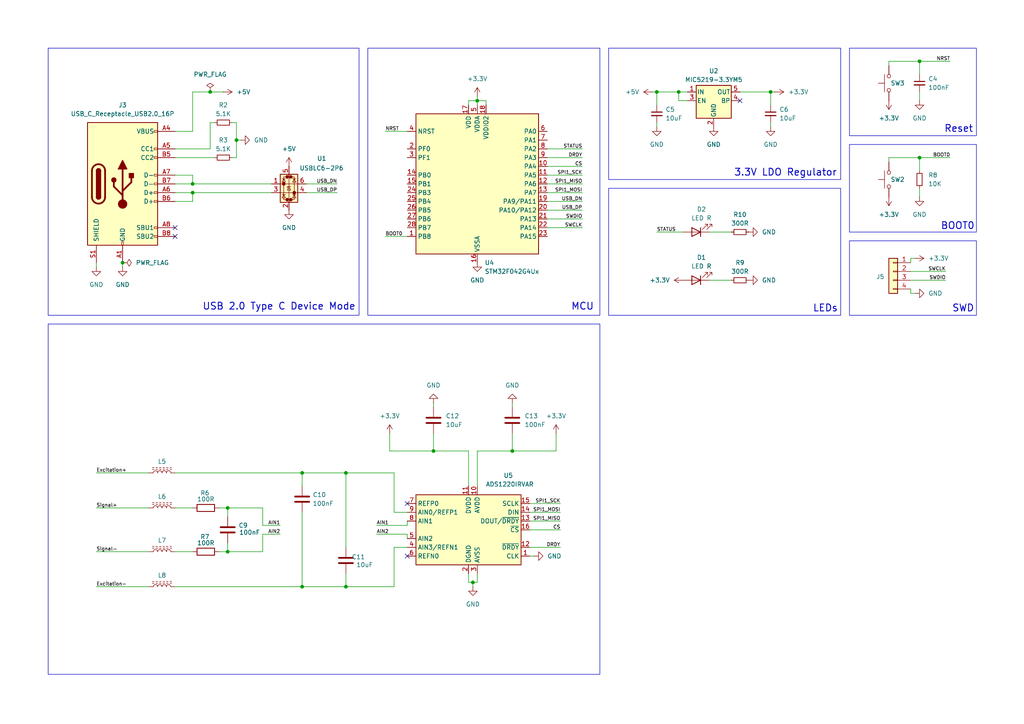
<source format=kicad_sch>
(kicad_sch (version 20250114) (generator "eeschema") (generator_version "9.0")
  (paper "A4")
  (title_block (title "Amplify Probe PCB") (rev "v1.0") (company "Ella Fox"))
  (lib_symbols
    (symbol "Connector:USB_C_Receptacle_USB2.0_16P" (pin_names (offset 1.016))
      (property "Reference" "J" (at 0 22.225 0))
      (property "Value" "USB_C_Receptacle_USB2.0_16P" (at 0 19.685 0))
      (symbol "USB_C_Receptacle_USB2.0_16P_0_0"
        (rectangle (start -0.254 -17.78) (end 0.254 -16.764))
        (rectangle (start 10.16 15.494) (end 9.144 14.986))
        (rectangle (start 10.16 10.414) (end 9.144 9.906))
        (rectangle (start 10.16 7.874) (end 9.144 7.366))
        (rectangle (start 10.16 2.794) (end 9.144 2.286))
        (rectangle (start 10.16 0.254) (end 9.144 -0.254))
        (rectangle (start 10.16 -2.286) (end 9.144 -2.794))
        (rectangle (start 10.16 -4.826) (end 9.144 -5.334))
        (rectangle (start 10.16 -12.446) (end 9.144 -12.954))
        (rectangle (start 10.16 -14.986) (end 9.144 -15.494))
      )
      (symbol "USB_C_Receptacle_USB2.0_16P_0_1"
        (rectangle (start -10.16 17.78) (end 10.16 -17.78) (stroke (width 0.254)) (fill (type background)))
        (polyline (pts (xy -8.89 -3.81) (xy -8.89 3.81)) (stroke (width 0.508)))
        (rectangle (start -7.62 -3.81) (end -6.35 3.81) (stroke (width 0.254)) (fill (type outline)))
        (arc (start -7.62 3.81) (mid -6.985 4.4423) (end -6.35 3.81) (stroke (width 0.254)))
        (arc (start -7.62 3.81) (mid -6.985 4.4423) (end -6.35 3.81) (stroke (width 0.254)) (fill (type outline)))
        (arc (start -8.89 3.81) (mid -6.985 5.7067) (end -5.08 3.81) (stroke (width 0.508)))
        (arc (start -5.08 -3.81) (mid -6.985 -5.7067) (end -8.89 -3.81) (stroke (width 0.508)))
        (arc (start -6.35 -3.81) (mid -6.985 -4.4423) (end -7.62 -3.81) (stroke (width 0.254)))
        (arc (start -6.35 -3.81) (mid -6.985 -4.4423) (end -7.62 -3.81) (stroke (width 0.254)) (fill (type outline)))
        (polyline (pts (xy -5.08 3.81) (xy -5.08 -3.81)) (stroke (width 0.508)))
        (circle (center -2.54 1.143) (radius 0.635) (stroke (width 0.254)) (fill (type outline)))
        (polyline (pts (xy -1.27 4.318) (xy 0 6.858) (xy 1.27 4.318) (xy -1.27 4.318)) (stroke (width 0.254)) (fill (type outline)))
        (polyline (pts (xy 0 -2.032) (xy 2.54 0.508) (xy 2.54 1.778)) (stroke (width 0.508)))
        (polyline (pts (xy 0 -3.302) (xy -2.54 -0.762) (xy -2.54 0.508)) (stroke (width 0.508)))
        (polyline (pts (xy 0 -5.842) (xy 0 4.318)) (stroke (width 0.508)))
        (circle (center 0 -5.842) (radius 1.27) (fill (type outline)))
        (rectangle (start 1.905 1.778) (end 3.175 3.048) (stroke (width 0.254)) (fill (type outline)))
      )
      (symbol "USB_C_Receptacle_USB2.0_16P_1_1"
        (pin passive line (at -7.62 -22.86 90) (length 5.08) (name "SHIELD") (number "S1"))
        (pin passive line (at 0 -22.86 90) (length 5.08) (name "GND") (number "A1"))
        (pin passive line (at 0 -22.86 90) (length 5.08) (hide yes) (name "GND") (number "A12"))
        (pin passive line (at 0 -22.86 90) (length 5.08) (hide yes) (name "GND") (number "B1"))
        (pin passive line (at 0 -22.86 90) (length 5.08) (hide yes) (name "GND") (number "B12"))
        (pin passive line (at 15.24 15.24 180) (length 5.08) (name "VBUS") (number "A4"))
        (pin passive line (at 15.24 15.24 180) (length 5.08) (hide yes) (name "VBUS") (number "A9"))
        (pin passive line (at 15.24 15.24 180) (length 5.08) (hide yes) (name "VBUS") (number "B4"))
        (pin passive line (at 15.24 15.24 180) (length 5.08) (hide yes) (name "VBUS") (number "B9"))
        (pin bidirectional line (at 15.24 10.16 180) (length 5.08) (name "CC1") (number "A5"))
        (pin bidirectional line (at 15.24 7.62 180) (length 5.08) (name "CC2") (number "B5"))
        (pin bidirectional line (at 15.24 2.54 180) (length 5.08) (name "D-") (number "A7"))
        (pin bidirectional line (at 15.24 0 180) (length 5.08) (name "D-") (number "B7"))
        (pin bidirectional line (at 15.24 -2.54 180) (length 5.08) (name "D+") (number "A6"))
        (pin bidirectional line (at 15.24 -5.08 180) (length 5.08) (name "D+") (number "B6"))
        (pin bidirectional line (at 15.24 -12.7 180) (length 5.08) (name "SBU1") (number "A8"))
        (pin bidirectional line (at 15.24 -15.24 180) (length 5.08) (name "SBU2") (number "B8"))
      )
    )
    (symbol "Connector_Generic:Conn_01x04" (pin_names (offset 1.016) (hide yes))
      (property "Reference" "J" (at 0 5.08 0))
      (property "Value" "Conn_01x04" (at 0 -7.62 0))
      (symbol "Conn_01x04_1_1"
        (rectangle (start -1.27 3.81) (end 1.27 -6.35) (stroke (width 0.254)) (fill (type background)))
        (rectangle (start -1.27 2.667) (end 0 2.413) (stroke (width 0.1524)))
        (rectangle (start -1.27 0.127) (end 0 -0.127) (stroke (width 0.1524)))
        (rectangle (start -1.27 -2.413) (end 0 -2.667) (stroke (width 0.1524)))
        (rectangle (start -1.27 -4.953) (end 0 -5.207) (stroke (width 0.1524)))
        (pin passive line (at -5.08 2.54 0) (length 3.81) (name "Pin_1") (number "1"))
        (pin passive line (at -5.08 0 0) (length 3.81) (name "Pin_2") (number "2"))
        (pin passive line (at -5.08 -2.54 0) (length 3.81) (name "Pin_3") (number "3"))
        (pin passive line (at -5.08 -5.08 0) (length 3.81) (name "Pin_4") (number "4"))
      )
    )
    (symbol "Device:C" (pin_numbers (hide yes)) (pin_names (offset 0.254))
      (property "Reference" "C" (at 0.635 2.54 0))
      (property "Value" "C" (at 0.635 -2.54 0))
      (symbol "C_0_1"
        (polyline (pts (xy -2.032 0.762) (xy 2.032 0.762)) (stroke (width 0.508)))
        (polyline (pts (xy -2.032 -0.762) (xy 2.032 -0.762)) (stroke (width 0.508)))
      )
      (symbol "C_1_1"
        (pin passive line (at 0 3.81 270) (length 2.794) (name "~") (number "1"))
        (pin passive line (at 0 -3.81 90) (length 2.794) (name "~") (number "2"))
      )
    )
    (symbol "Device:C_Small" (pin_numbers (hide yes)) (pin_names (offset 0.254) (hide yes))
      (property "Reference" "C" (at 0.254 1.778 0))
      (property "Value" "C_Small" (at 0.254 -2.032 0))
      (symbol "C_Small_0_1"
        (polyline (pts (xy -1.524 0.508) (xy 1.524 0.508)) (stroke (width 0.3048)))
        (polyline (pts (xy -1.524 -0.508) (xy 1.524 -0.508)) (stroke (width 0.3302)))
      )
      (symbol "C_Small_1_1"
        (pin passive line (at 0 2.54 270) (length 2.032) (name "~") (number "1"))
        (pin passive line (at 0 -2.54 90) (length 2.032) (name "~") (number "2"))
      )
    )
    (symbol "Device:LED" (pin_numbers (hide yes)) (pin_names (offset 1.016) (hide yes))
      (property "Reference" "D" (at 0 2.54 0))
      (property "Value" "LED" (at 0 -2.54 0))
      (symbol "LED_0_1"
        (polyline (pts (xy -3.048 -0.762) (xy -4.572 -2.286) (xy -3.81 -2.286) (xy -4.572 -2.286) (xy -4.572 -1.524)))
        (polyline (pts (xy -1.778 -0.762) (xy -3.302 -2.286) (xy -2.54 -2.286) (xy -3.302 -2.286) (xy -3.302 -1.524)))
        (polyline (pts (xy -1.27 0) (xy 1.27 0)))
        (polyline (pts (xy -1.27 -1.27) (xy -1.27 1.27)) (stroke (width 0.254)))
        (polyline (pts (xy 1.27 -1.27) (xy 1.27 1.27) (xy -1.27 0) (xy 1.27 -1.27)) (stroke (width 0.254)))
      )
      (symbol "LED_1_1"
        (pin passive line (at -3.81 0 0) (length 2.54) (name "K") (number "1"))
        (pin passive line (at 3.81 0 180) (length 2.54) (name "A") (number "2"))
      )
    )
    (symbol "Device:L_Ferrite" (pin_numbers (hide yes)) (pin_names (offset 1.016) (hide yes))
      (property "Reference" "L" (at -1.27 0 90))
      (property "Value" "L_Ferrite" (at 2.794 0 90))
      (symbol "L_Ferrite_0_1"
        (arc (start 0 2.54) (mid 0.6323 1.905) (end 0 1.27))
        (arc (start 0 1.27) (mid 0.6323 0.635) (end 0 0))
        (arc (start 0 0) (mid 0.6323 -0.635) (end 0 -1.27))
        (arc (start 0 -1.27) (mid 0.6323 -1.905) (end 0 -2.54))
        (polyline (pts (xy 1.016 2.286) (xy 1.016 2.794)))
        (polyline (pts (xy 1.016 1.27) (xy 1.016 1.778)))
        (polyline (pts (xy 1.016 0.254) (xy 1.016 0.762)))
        (polyline (pts (xy 1.016 -0.762) (xy 1.016 -0.254)))
        (polyline (pts (xy 1.016 -1.778) (xy 1.016 -1.27)))
        (polyline (pts (xy 1.016 -2.794) (xy 1.016 -2.286)))
        (polyline (pts (xy 1.524 2.794) (xy 1.524 2.286)))
        (polyline (pts (xy 1.524 1.778) (xy 1.524 1.27)))
        (polyline (pts (xy 1.524 0.762) (xy 1.524 0.254)))
        (polyline (pts (xy 1.524 -0.254) (xy 1.524 -0.762)))
        (polyline (pts (xy 1.524 -1.27) (xy 1.524 -1.778)))
        (polyline (pts (xy 1.524 -2.286) (xy 1.524 -2.794)))
      )
      (symbol "L_Ferrite_1_1"
        (pin passive line (at 0 3.81 270) (length 1.27) (name "1") (number "1"))
        (pin passive line (at 0 -3.81 90) (length 1.27) (name "2") (number "2"))
      )
    )
    (symbol "Device:R" (pin_numbers (hide yes)) (pin_names (offset 0))
      (property "Reference" "R" (at 2.032 0 90))
      (property "Value" "R" (at 0 0 90))
      (symbol "R_0_1"
        (rectangle (start -1.016 -2.54) (end 1.016 2.54) (stroke (width 0.254)))
      )
      (symbol "R_1_1"
        (pin passive line (at 0 3.81 270) (length 1.27) (name "~") (number "1"))
        (pin passive line (at 0 -3.81 90) (length 1.27) (name "~") (number "2"))
      )
    )
    (symbol "Device:R_Small" (pin_numbers (hide yes)) (pin_names (offset 0.254) (hide yes))
      (property "Reference" "R" (at 0.762 0.508 0))
      (property "Value" "R_Small" (at 0.762 -1.016 0))
      (symbol "R_Small_0_1"
        (rectangle (start -0.762 1.778) (end 0.762 -1.778) (stroke (width 0.2032)))
      )
      (symbol "R_Small_1_1"
        (pin passive line (at 0 2.54 270) (length 0.762) (name "~") (number "1"))
        (pin passive line (at 0 -2.54 90) (length 0.762) (name "~") (number "2"))
      )
    )
    (symbol "MCU_ST_STM32F0:STM32F042G4Ux"
      (property "Reference" "U" (at -17.78 21.59 0))
      (property "Value" "STM32F042G4Ux" (at 5.08 21.59 0))
      (symbol "STM32F042G4Ux_0_1"
        (rectangle (start -17.78 -20.32) (end 17.78 20.32) (stroke (width 0.254)) (fill (type background)))
      )
      (symbol "STM32F042G4Ux_1_1"
        (pin input line (at -20.32 15.24 0) (length 2.54) (name "NRST") (number "4"))
        (pin bidirectional line (at -20.32 10.16 0) (length 2.54) (name "PF0") (number "2"))
        (pin bidirectional line (at -20.32 7.62 0) (length 2.54) (name "PF1") (number "3"))
        (pin bidirectional line (at -20.32 2.54 0) (length 2.54) (name "PB0") (number "14"))
        (pin bidirectional line (at -20.32 0 0) (length 2.54) (name "PB1") (number "15"))
        (pin bidirectional line (at -20.32 -2.54 0) (length 2.54) (name "PB3") (number "24"))
        (pin bidirectional line (at -20.32 -5.08 0) (length 2.54) (name "PB4") (number "25"))
        (pin bidirectional line (at -20.32 -7.62 0) (length 2.54) (name "PB5") (number "26"))
        (pin bidirectional line (at -20.32 -10.16 0) (length 2.54) (name "PB6") (number "27"))
        (pin bidirectional line (at -20.32 -12.7 0) (length 2.54) (name "PB7") (number "28"))
        (pin bidirectional line (at -20.32 -15.24 0) (length 2.54) (name "PB8") (number "1"))
        (pin power_in line (at -2.54 22.86 270) (length 2.54) (name "VDD") (number "17"))
        (pin power_in line (at 0 22.86 270) (length 2.54) (name "VDDA") (number "5"))
        (pin power_in line (at 0 -22.86 90) (length 2.54) (name "VSSA") (number "16"))
        (pin power_in line (at 2.54 22.86 270) (length 2.54) (name "VDDIO2") (number "18"))
        (pin bidirectional line (at 20.32 15.24 180) (length 2.54) (name "PA0") (number "6"))
        (pin bidirectional line (at 20.32 12.7 180) (length 2.54) (name "PA1") (number "7"))
        (pin bidirectional line (at 20.32 10.16 180) (length 2.54) (name "PA2") (number "8"))
        (pin bidirectional line (at 20.32 7.62 180) (length 2.54) (name "PA3") (number "9"))
        (pin bidirectional line (at 20.32 5.08 180) (length 2.54) (name "PA4") (number "10"))
        (pin bidirectional line (at 20.32 2.54 180) (length 2.54) (name "PA5") (number "11"))
        (pin bidirectional line (at 20.32 0 180) (length 2.54) (name "PA6") (number "12"))
        (pin bidirectional line (at 20.32 -2.54 180) (length 2.54) (name "PA7") (number "13"))
        (pin bidirectional line (at 20.32 -5.08 180) (length 2.54) (name "PA9/PA11") (number "19"))
        (pin bidirectional line (at 20.32 -7.62 180) (length 2.54) (name "PA10/PA12") (number "20"))
        (pin bidirectional line (at 20.32 -10.16 180) (length 2.54) (name "PA13") (number "21"))
        (pin bidirectional line (at 20.32 -12.7 180) (length 2.54) (name "PA14") (number "22"))
        (pin bidirectional line (at 20.32 -15.24 180) (length 2.54) (name "PA15") (number "23"))
      )
    )
    (symbol "Mayhem:ADS1220IRVAR"
      (property "Reference" "U" (at -15.24 11.43 0))
      (property "Value" "ADS1220IRVAR" (at 6.35 11.43 0))
      (symbol "ADS1220IRVAR_0_1"
        (rectangle (start -15.24 10.16) (end 15.24 -10.16) (stroke (width 0.254)) (fill (type background)))
      )
      (symbol "ADS1220IRVAR_1_1"
        (pin input line (at -17.78 7.62 0) (length 2.54) (name "REFP0") (number "7"))
        (pin input line (at -17.78 5.08 0) (length 2.54) (name "AIN0/REFP1") (number "9"))
        (pin input line (at -17.78 2.54 0) (length 2.54) (name "AIN1") (number "8"))
        (pin input line (at -17.78 -2.54 0) (length 2.54) (name "AIN2") (number "5"))
        (pin input line (at -17.78 -5.08 0) (length 2.54) (name "AIN3/REFN1") (number "4"))
        (pin input line (at -17.78 -7.62 0) (length 2.54) (name "REFN0") (number "6"))
        (pin power_in line (at 0 12.7 270) (length 2.54) (name "DVDD") (number "11"))
        (pin power_in line (at 0 -12.7 90) (length 2.54) (name "DGND") (number "2"))
        (pin power_in line (at 2.54 12.7 270) (length 2.54) (name "AVDD") (number "10"))
        (pin power_in line (at 2.54 -12.7 90) (length 2.54) (name "AVSS") (number "3"))
        (pin input line (at 17.78 7.62 180) (length 2.54) (name "SCLK") (number "15"))
        (pin input line (at 17.78 5.08 180) (length 2.54) (name "DIN") (number "14"))
        (pin output line (at 17.78 2.54 180) (length 2.54) (name "DOUT/~{DRDY}") (number "13"))
        (pin input line (at 17.78 0 180) (length 2.54) (name "~{CS}") (number "16"))
        (pin output line (at 17.78 -5.08 180) (length 2.54) (name "~{DRDY}") (number "12"))
        (pin input line (at 17.78 -7.62 180) (length 2.54) (name "CLK") (number "1"))
      )
    )
    (symbol "Power_Protection:USBLC6-2P6" (pin_names (hide yes))
      (property "Reference" "U" (at 0.635 5.715 0))
      (property "Value" "USBLC6-2P6" (at 0.635 3.81 0))
      (symbol "USBLC6-2P6_0_0"
        (circle (center -1.524 0) (radius 0.0001) (stroke (width 0.508)))
        (circle (center -0.508 2.032) (radius 0.0001) (stroke (width 0.508)))
        (circle (center -0.508 -4.572) (radius 0.0001) (stroke (width 0.508)))
        (circle (center 0.508 2.032) (radius 0.0001) (stroke (width 0.508)))
        (circle (center 0.508 -4.572) (radius 0.0001) (stroke (width 0.508)))
        (circle (center 1.524 -2.54) (radius 0.0001) (stroke (width 0.508)))
      )
      (symbol "USBLC6-2P6_0_1"
        (polyline (pts (xy -2.54 0) (xy 2.54 0)))
        (polyline (pts (xy -2.54 -2.54) (xy 2.54 -2.54)))
        (polyline (pts (xy -2.032 0.508) (xy -1.016 0.508) (xy -1.524 1.524) (xy -2.032 0.508)))
        (polyline (pts (xy -2.032 -3.048) (xy -1.016 -3.048)))
        (polyline (pts (xy -1.016 1.524) (xy -2.032 1.524)))
        (polyline (pts (xy -1.016 -4.064) (xy -2.032 -4.064) (xy -1.524 -3.048) (xy -1.016 -4.064)))
        (polyline (pts (xy -0.508 -1.143) (xy -0.508 -0.762) (xy 0.508 -0.762)))
        (polyline (pts (xy 0 2.54) (xy -0.508 2.032) (xy 0.508 2.032) (xy 0 1.524) (xy 0 -4.064) (xy -0.508 -4.572) (xy 0.508 -4.572) (xy 0 -5.08)))
        (polyline (pts (xy 0.508 -1.778) (xy -0.508 -1.778) (xy 0 -0.762) (xy 0.508 -1.778)))
        (polyline (pts (xy 1.016 1.524) (xy 2.032 1.524)))
        (polyline (pts (xy 1.016 -3.048) (xy 2.032 -3.048)))
        (polyline (pts (xy 2.032 0.508) (xy 1.016 0.508) (xy 1.524 1.524) (xy 2.032 0.508)))
        (polyline (pts (xy 2.032 -4.064) (xy 1.016 -4.064) (xy 1.524 -3.048) (xy 2.032 -4.064)))
      )
      (symbol "USBLC6-2P6_1_1"
        (rectangle (start -2.54 2.794) (end 2.54 -5.334) (stroke (width 0.254)) (fill (type background)))
        (polyline (pts (xy -0.508 2.032) (xy -1.524 2.032) (xy -1.524 -4.572) (xy -0.508 -4.572)))
        (polyline (pts (xy 0.508 -4.572) (xy 1.524 -4.572) (xy 1.524 2.032) (xy 0.508 2.032)))
        (pin passive line (at -5.08 0 0) (length 2.54) (name "I/O1") (number "1"))
        (pin passive line (at -5.08 -2.54 0) (length 2.54) (name "I/O2") (number "3"))
        (pin passive line (at 0 5.08 270) (length 2.54) (name "VBUS") (number "5"))
        (pin passive line (at 0 -7.62 90) (length 2.54) (name "GND") (number "2"))
        (pin passive line (at 5.08 0 180) (length 2.54) (name "I/O1") (number "6"))
        (pin passive line (at 5.08 -2.54 180) (length 2.54) (name "I/O2") (number "4"))
      )
    )
    (symbol "Regulator_Linear:MIC5219-3.3YM5" (pin_names (offset 0.254))
      (property "Reference" "U" (at -3.81 5.715 0))
      (property "Value" "MIC5219-3.3YM5" (at 0 5.715 0))
      (symbol "MIC5219-3.3YM5_0_1"
        (rectangle (start -5.08 4.445) (end 5.08 -5.08) (stroke (width 0.254)) (fill (type background)))
      )
      (symbol "MIC5219-3.3YM5_1_1"
        (pin power_in line (at -7.62 2.54 0) (length 2.54) (name "IN") (number "1"))
        (pin input line (at -7.62 0 0) (length 2.54) (name "EN") (number "3"))
        (pin power_in line (at 0 -7.62 90) (length 2.54) (name "GND") (number "2"))
        (pin power_out line (at 7.62 2.54 180) (length 2.54) (name "OUT") (number "5"))
        (pin input line (at 7.62 0 180) (length 2.54) (name "BP") (number "4"))
      )
    )
    (symbol "Switch:SW_Push" (pin_numbers (hide yes)) (pin_names (offset 1.016) (hide yes))
      (property "Reference" "SW" (at 1.27 2.54 0))
      (property "Value" "SW_Push" (at 0 -1.524 0))
      (symbol "SW_Push_0_1"
        (circle (center -2.032 0) (radius 0.508))
        (polyline (pts (xy 0 1.27) (xy 0 3.048)))
        (circle (center 2.032 0) (radius 0.508))
        (polyline (pts (xy 2.54 1.27) (xy -2.54 1.27)))
        (pin passive line (at -5.08 0 0) (length 2.54) (name "1") (number "1"))
        (pin passive line (at 5.08 0 180) (length 2.54) (name "2") (number "2"))
      )
    )
    (symbol "power:+3.3V" (power) (pin_numbers (hide yes)) (pin_names (offset 0) (hide yes))
      (property "Value" "+3.3V" (at 0 3.556 0))
      (symbol "+3.3V_0_1"
        (polyline (pts (xy -0.762 1.27) (xy 0 2.54)))
        (polyline (pts (xy 0 2.54) (xy 0.762 1.27)))
        (polyline (pts (xy 0 0) (xy 0 2.54)))
      )
      (symbol "+3.3V_1_1"
        (pin power_in line (at 0 0 90) (length 0) (name "~") (number "1"))
      )
    )
    (symbol "power:+5V" (power) (pin_numbers (hide yes)) (pin_names (offset 0) (hide yes))
      (property "Value" "+5V" (at 0 3.556 0))
      (symbol "+5V_0_1"
        (polyline (pts (xy -0.762 1.27) (xy 0 2.54)))
        (polyline (pts (xy 0 2.54) (xy 0.762 1.27)))
        (polyline (pts (xy 0 0) (xy 0 2.54)))
      )
      (symbol "+5V_1_1"
        (pin power_in line (at 0 0 90) (length 0) (name "~") (number "1"))
      )
    )
    (symbol "power:GND" (power) (pin_numbers (hide yes)) (pin_names (offset 0) (hide yes))
      (property "Value" "GND" (at 0 -3.81 0))
      (symbol "GND_0_1"
        (polyline (pts (xy 0 0) (xy 0 -1.27) (xy 1.27 -1.27) (xy 0 -2.54) (xy -1.27 -1.27) (xy 0 -1.27)))
      )
      (symbol "GND_1_1"
        (pin power_in line (at 0 0 270) (length 0) (name "~") (number "1"))
      )
    )
    (symbol "power:PWR_FLAG" (power) (pin_numbers (hide yes)) (pin_names (offset 0) (hide yes))
      (property "Value" "PWR_FLAG" (at 0 3.81 0))
      (symbol "PWR_FLAG_0_0"
        (pin power_out line (at 0 0 90) (length 0) (name "~") (number "1"))
      )
      (symbol "PWR_FLAG_0_1"
        (polyline (pts (xy 0 0) (xy 0 1.27) (xy -1.016 1.905) (xy 0 2.54) (xy 1.016 1.905) (xy 0 1.27)))
      )
    )
  )
  (rectangle (start 176.53 54.61) (end 243.84 91.44))
  (rectangle (start 106.68 13.97) (end 173.99 91.44))
  (rectangle (start 246.38 69.85) (end 283.21 91.44))
  (rectangle (start 176.53 13.97) (end 243.84 52.07))
  (rectangle (start 13.97 93.98) (end 173.99 195.58))
  (rectangle (start 13.97 13.97) (end 104.14 91.44))
  (rectangle (start 246.38 41.91) (end 283.21 67.31))
  (rectangle (start 246.38 13.97) (end 283.21 39.37))
  (text "Reset" (at 273.812 38.608 0) (effects (font (size 2 2) (thickness 0.254) (bold yes)) (justify left bottom)))
  (text "LEDs" (at 235.712 90.678 0) (effects (font (size 2 2) (thickness 0.254) (bold yes)) (justify left bottom)))
  (text "3.3V LDO Regulator" (at 212.852 51.308 0) (effects (font (size 2 2) (thickness 0.254) (bold yes)) (justify left bottom)))
  (text "SWD" (at 276.098 90.678 0) (effects (font (size 2 2) (thickness 0.254) (bold yes)) (justify left bottom)))
  (text "MCU" (at 165.608 90.17 0) (effects (font (size 2 2) (thickness 0.254) (bold yes)) (justify left bottom)))
  (text "BOOT0" (at 272.796 66.802 0) (effects (font (size 2 2) (thickness 0.254) (bold yes)) (justify left bottom)))
  (text "USB 2.0 Type C Device Mode" (at 58.674 90.17 0) (effects (font (size 2 2) (thickness 0.254) (bold yes)) (justify left bottom)))
  (junction (at 223.52 26.67))
  (junction (at 66.04 160.02))
  (junction (at 87.63 137.16))
  (junction (at 35.56 76.2))
  (junction (at 100.33 137.16))
  (junction (at 266.7 17.78))
  (junction (at 100.33 170.18))
  (junction (at 55.88 55.88))
  (junction (at 68.58 40.64))
  (junction (at 125.73 130.81))
  (junction (at 137.16 168.91))
  (junction (at 148.59 130.81))
  (junction (at 87.63 170.18))
  (junction (at 138.43 29.21))
  (junction (at 266.7 45.72))
  (junction (at 190.5 26.67))
  (junction (at 55.88 53.34))
  (junction (at 60.96 26.67))
  (junction (at 196.85 26.67))
  (junction (at 66.04 147.32))
  (no_connect (at 214.63 29.21))
  (no_connect (at 118.11 146.05))
  (no_connect (at 50.8 68.58))
  (no_connect (at 118.11 161.29))
  (no_connect (at 50.8 66.04))
  (wire (pts (xy 87.63 148.59) (xy 87.63 170.18)))
  (wire (pts (xy 35.56 76.2) (xy 35.56 77.47)))
  (wire (pts (xy 148.59 130.81) (xy 148.59 125.73)))
  (wire (pts (xy 87.63 170.18) (xy 100.33 170.18)))
  (wire (pts (xy 162.56 151.13) (xy 153.67 151.13)))
  (wire (pts (xy 55.88 38.1) (xy 55.88 26.67)))
  (wire (pts (xy 68.58 35.56) (xy 68.58 40.64)))
  (wire (pts (xy 50.8 58.42) (xy 55.88 58.42)))
  (wire (pts (xy 50.8 43.18) (xy 60.96 43.18)))
  (wire (pts (xy 55.88 53.34) (xy 78.74 53.34)))
  (wire (pts (xy 158.75 55.88) (xy 168.91 55.88)))
  (wire (pts (xy 266.7 45.72) (xy 266.7 49.53)))
  (wire (pts (xy 118.11 152.4) (xy 118.11 151.13)))
  (wire (pts (xy 190.5 36.83) (xy 190.5 35.56)))
  (wire (pts (xy 162.56 148.59) (xy 153.67 148.59)))
  (wire (pts (xy 50.8 160.02) (xy 55.88 160.02)))
  (wire (pts (xy 205.74 67.31) (xy 212.09 67.31)))
  (wire (pts (xy 76.2 152.4) (xy 76.2 147.32)))
  (wire (pts (xy 63.5 160.02) (xy 66.04 160.02)))
  (wire (pts (xy 257.81 17.78) (xy 266.7 17.78)))
  (wire (pts (xy 158.75 63.5) (xy 168.91 63.5)))
  (wire (pts (xy 138.43 140.97) (xy 138.43 130.81)))
  (wire (pts (xy 266.7 26.67) (xy 266.7 29.21)))
  (wire (pts (xy 199.39 29.21) (xy 196.85 29.21)))
  (wire (pts (xy 257.81 45.72) (xy 257.81 46.99)))
  (wire (pts (xy 158.75 58.42) (xy 168.91 58.42)))
  (wire (pts (xy 266.7 54.61) (xy 266.7 57.15)))
  (wire (pts (xy 158.75 48.26) (xy 168.91 48.26)))
  (wire (pts (xy 114.3 158.75) (xy 114.3 170.18)))
  (wire (pts (xy 114.3 137.16) (xy 114.3 148.59)))
  (wire (pts (xy 66.04 149.86) (xy 66.04 147.32)))
  (wire (pts (xy 138.43 29.21) (xy 138.43 27.94)))
  (wire (pts (xy 55.88 26.67) (xy 60.96 26.67)))
  (wire (pts (xy 43.18 160.02) (xy 27.94 160.02)))
  (wire (pts (xy 148.59 116.84) (xy 148.59 118.11)))
  (wire (pts (xy 153.67 158.75) (xy 162.56 158.75)))
  (wire (pts (xy 114.3 148.59) (xy 118.11 148.59)))
  (wire (pts (xy 68.58 40.64) (xy 68.58 45.72)))
  (wire (pts (xy 158.75 53.34) (xy 168.91 53.34)))
  (wire (pts (xy 135.89 130.81) (xy 125.73 130.81)))
  (wire (pts (xy 109.22 152.4) (xy 118.11 152.4)))
  (wire (pts (xy 88.9 53.34) (xy 97.79 53.34)))
  (wire (pts (xy 161.29 125.73) (xy 161.29 130.81)))
  (wire (pts (xy 125.73 130.81) (xy 125.73 125.73)))
  (wire (pts (xy 264.16 78.74) (xy 274.32 78.74)))
  (wire (pts (xy 266.7 17.78) (xy 266.7 21.59)))
  (wire (pts (xy 161.29 130.81) (xy 148.59 130.81)))
  (wire (pts (xy 158.75 45.72) (xy 168.91 45.72)))
  (wire (pts (xy 264.16 81.28) (xy 274.32 81.28)))
  (wire (pts (xy 76.2 154.94) (xy 76.2 160.02)))
  (wire (pts (xy 137.16 168.91) (xy 138.43 168.91)))
  (wire (pts (xy 257.81 17.78) (xy 257.81 19.05)))
  (wire (pts (xy 111.76 68.58) (xy 118.11 68.58)))
  (wire (pts (xy 27.94 77.47) (xy 27.94 76.2)))
  (wire (pts (xy 50.8 147.32) (xy 55.88 147.32)))
  (wire (pts (xy 135.89 140.97) (xy 135.89 130.81)))
  (wire (pts (xy 76.2 160.02) (xy 66.04 160.02)))
  (wire (pts (xy 264.16 85.09) (xy 264.16 83.82)))
  (wire (pts (xy 55.88 55.88) (xy 78.74 55.88)))
  (wire (pts (xy 205.74 81.28) (xy 212.09 81.28)))
  (wire (pts (xy 135.89 29.21) (xy 138.43 29.21)))
  (wire (pts (xy 50.8 50.8) (xy 55.88 50.8)))
  (wire (pts (xy 60.96 35.56) (xy 62.23 35.56)))
  (wire (pts (xy 50.8 53.34) (xy 55.88 53.34)))
  (wire (pts (xy 162.56 153.67) (xy 153.67 153.67)))
  (wire (pts (xy 109.22 154.94) (xy 118.11 154.94)))
  (wire (pts (xy 264.16 74.93) (xy 265.43 74.93)))
  (wire (pts (xy 50.8 137.16) (xy 87.63 137.16)))
  (wire (pts (xy 88.9 55.88) (xy 97.79 55.88)))
  (wire (pts (xy 223.52 36.83) (xy 223.52 35.56)))
  (wire (pts (xy 140.97 30.48) (xy 140.97 29.21)))
  (wire (pts (xy 60.96 26.67) (xy 64.77 26.67)))
  (wire (pts (xy 158.75 43.18) (xy 168.91 43.18)))
  (wire (pts (xy 138.43 29.21) (xy 138.43 30.48)))
  (wire (pts (xy 158.75 50.8) (xy 168.91 50.8)))
  (wire (pts (xy 264.16 74.93) (xy 264.16 76.2)))
  (wire (pts (xy 50.8 55.88) (xy 55.88 55.88)))
  (wire (pts (xy 43.18 147.32) (xy 27.94 147.32)))
  (wire (pts (xy 257.81 45.72) (xy 266.7 45.72)))
  (wire (pts (xy 50.8 170.18) (xy 87.63 170.18)))
  (wire (pts (xy 100.33 137.16) (xy 114.3 137.16)))
  (wire (pts (xy 111.76 38.1) (xy 118.11 38.1)))
  (wire (pts (xy 76.2 147.32) (xy 66.04 147.32)))
  (wire (pts (xy 223.52 26.67) (xy 223.52 30.48)))
  (wire (pts (xy 55.88 50.8) (xy 55.88 53.34)))
  (wire (pts (xy 113.03 125.73) (xy 113.03 130.81)))
  (wire (pts (xy 100.33 166.37) (xy 100.33 170.18)))
  (wire (pts (xy 55.88 58.42) (xy 55.88 55.88)))
  (wire (pts (xy 190.5 26.67) (xy 189.23 26.67)))
  (wire (pts (xy 214.63 26.67) (xy 223.52 26.67)))
  (wire (pts (xy 196.85 26.67) (xy 196.85 29.21)))
  (wire (pts (xy 223.52 26.67) (xy 224.79 26.67)))
  (wire (pts (xy 138.43 130.81) (xy 148.59 130.81)))
  (wire (pts (xy 140.97 29.21) (xy 138.43 29.21)))
  (wire (pts (xy 264.16 85.09) (xy 265.43 85.09)))
  (wire (pts (xy 158.75 60.96) (xy 168.91 60.96)))
  (wire (pts (xy 87.63 137.16) (xy 87.63 140.97)))
  (wire (pts (xy 50.8 45.72) (xy 62.23 45.72)))
  (wire (pts (xy 67.31 35.56) (xy 68.58 35.56)))
  (wire (pts (xy 137.16 168.91) (xy 137.16 170.18)))
  (wire (pts (xy 118.11 154.94) (xy 118.11 156.21)))
  (wire (pts (xy 158.75 66.04) (xy 168.91 66.04)))
  (wire (pts (xy 43.18 137.16) (xy 27.94 137.16)))
  (wire (pts (xy 114.3 158.75) (xy 118.11 158.75)))
  (wire (pts (xy 135.89 30.48) (xy 135.89 29.21)))
  (wire (pts (xy 196.85 26.67) (xy 199.39 26.67)))
  (wire (pts (xy 162.56 146.05) (xy 153.67 146.05)))
  (wire (pts (xy 190.5 67.31) (xy 198.12 67.31)))
  (wire (pts (xy 135.89 166.37) (xy 135.89 168.91)))
  (wire (pts (xy 100.33 170.18) (xy 114.3 170.18)))
  (wire (pts (xy 190.5 26.67) (xy 190.5 30.48)))
  (wire (pts (xy 266.7 17.78) (xy 275.59 17.78)))
  (wire (pts (xy 266.7 45.72) (xy 275.59 45.72)))
  (wire (pts (xy 153.67 161.29) (xy 154.94 161.29)))
  (wire (pts (xy 81.28 152.4) (xy 76.2 152.4)))
  (wire (pts (xy 113.03 130.81) (xy 125.73 130.81)))
  (wire (pts (xy 60.96 43.18) (xy 60.96 35.56)))
  (wire (pts (xy 135.89 168.91) (xy 137.16 168.91)))
  (wire (pts (xy 43.18 170.18) (xy 27.94 170.18)))
  (wire (pts (xy 67.31 45.72) (xy 68.58 45.72)))
  (wire (pts (xy 63.5 147.32) (xy 66.04 147.32)))
  (wire (pts (xy 81.28 154.94) (xy 76.2 154.94)))
  (wire (pts (xy 68.58 40.64) (xy 69.85 40.64)))
  (wire (pts (xy 100.33 137.16) (xy 100.33 158.75)))
  (wire (pts (xy 125.73 116.84) (xy 125.73 118.11)))
  (wire (pts (xy 50.8 38.1) (xy 55.88 38.1)))
  (wire (pts (xy 138.43 166.37) (xy 138.43 168.91)))
  (wire (pts (xy 87.63 137.16) (xy 100.33 137.16)))
  (wire (pts (xy 190.5 26.67) (xy 196.85 26.67)))
  (wire (pts (xy 66.04 157.48) (xy 66.04 160.02)))
  (label "Signal-" (at 27.94 160.02 0) (effects (font (size 1 1))))
  (label "USB_DP" (at 97.79 55.88 180) (effects (font (size 1 1))))
  (label "USB_DN" (at 97.79 53.34 180) (effects (font (size 1 1))))
  (label "SWDIO" (at 168.91 63.5 180) (effects (font (size 1 1))))
  (label "SWDIO" (at 274.32 81.28 180) (effects (font (size 1 1))))
  (label "BOOT0" (at 111.76 68.58 0) (effects (font (size 1 1))))
  (label "SPI1_MOSI" (at 162.56 148.59 180) (effects (font (size 1 1))))
  (label "SWCLK" (at 274.32 78.74 180) (effects (font (size 1 1))))
  (label "Signal+" (at 27.94 147.32 0) (effects (font (size 1 1))))
  (label "USB_DP" (at 168.91 60.96 180) (effects (font (size 1 1))))
  (label "STATUS" (at 190.5 67.31 0) (effects (font (size 1 1))))
  (label "SWCLK" (at 168.91 66.04 180) (effects (font (size 1 1))))
  (label "BOOT0" (at 275.59 45.72 180) (effects (font (size 1 1))))
  (label "DRDY" (at 168.91 45.72 180) (effects (font (size 1 1))))
  (label "SPI1_MISO" (at 162.56 151.13 180) (effects (font (size 1 1))))
  (label "DRDY" (at 162.56 158.75 180) (effects (font (size 1 1))))
  (label "AIN2" (at 109.22 154.94 0) (effects (font (size 1 1))))
  (label "USB_DN" (at 168.91 58.42 180) (effects (font (size 1 1))))
  (label "CS" (at 168.91 48.26 180) (effects (font (size 1 1))))
  (label "NRST" (at 275.59 17.78 180) (effects (font (size 1 1))))
  (label "Excitation-" (at 27.94 170.18 0) (effects (font (size 1 1))))
  (label "STATUS" (at 168.91 43.18 180) (effects (font (size 1 1))))
  (label "AIN1" (at 81.28 152.4 180) (effects (font (size 1 1))))
  (label "NRST" (at 111.76 38.1 0) (effects (font (size 1 1))))
  (label "CS" (at 162.56 153.67 180) (effects (font (size 1 1))))
  (label "SPI1_SCK" (at 168.91 50.8 180) (effects (font (size 1 1))))
  (label "Excitation+" (at 27.94 137.16 0) (effects (font (size 1 1))))
  (label "SPI1_SCK" (at 162.56 146.05 180) (effects (font (size 1 1))))
  (label "AIN2" (at 81.28 154.94 180) (effects (font (size 1 1))))
  (label "SPI1_MISO" (at 168.91 53.34 180) (effects (font (size 1 1))))
  (label "AIN1" (at 109.22 152.4 0) (effects (font (size 1 1))))
  (label "SPI1_MOSI" (at 168.91 55.88 180) (effects (font (size 1 1))))
  (symbol (lib_id "power:+3.3V") (at 224.79 26.67 270) (unit 1)
    (property "Reference" "#PWR020" (effects (hide yes)))
    (property "Value" "+3.3V" (at 228.6 26.6699 90) (effects (justify left)))
    (property "Description" "Power symbol creates a global label with name \"+3.3V\"" (effects (hide yes)))
  )
  (symbol (lib_id "Device:C") (at 87.63 144.78 0) (mirror x) (unit 1)
    (property "Reference" "C10" (at 90.678 143.51 0) (effects (justify left)))
    (property "Value" "100nF" (at 90.678 146.05 0) (effects (justify left)))
    (property "Footprint" "Capacitor_SMD:C_0402_1005Metric_Pad0.74x0.62mm_HandSolder" (effects (hide yes)))
    (property "Description" "Unpolarized capacitor" (effects (hide yes)))
    (property "P/N" "Taiyo Yuden UMK105BJ104KVHF" (effects (hide yes)))
  )
  (symbol (lib_id "power:GND") (at 266.7 57.15 0) (unit 1)
    (property "Reference" "#PWR032" (effects (hide yes)))
    (property "Value" "GND" (at 266.7 62.23 0))
    (property "Description" "Power symbol creates a global label with name \"GND\" , ground" (effects (hide yes)))
  )
  (symbol (lib_id "Switch:SW_Push") (at 257.81 52.07 90) (unit 1)
    (property "Reference" "SW2" (at 260.35 52.07 90))
    (property "Value" "RESET" (effects (hide yes)))
    (property "Footprint" "Button_Switch_SMD:SW_Push_1P1T-MP_NO_Horizontal_Alps_SKRTLAE010" (effects (hide yes)))
    (property "Description" "Push button switch, generic, two pins" (effects (hide yes)))
  )
  (symbol (lib_id "Device:C") (at 66.04 153.67 180) (unit 1)
    (property "Reference" "C9" (at 71.882 152.4 0) (effects (justify left)))
    (property "Value" "100nF" (at 75.438 154.432 0) (effects (justify left)))
    (property "Footprint" "Capacitor_SMD:C_0402_1005Metric_Pad0.74x0.62mm_HandSolder" (effects (hide yes)))
    (property "Description" "Unpolarized capacitor" (effects (hide yes)))
    (property "P/N" "Taiyo Yuden UMK105BJ104KVHF" (effects (hide yes)))
  )
  (symbol (lib_id "Device:C_Small") (at 266.7 24.13 0) (unit 1)
    (property "Reference" "C4" (at 269.24 22.8662 0) (effects (justify left)))
    (property "Value" "100nF" (at 269.24 25.4062 0) (effects (justify left)))
    (property "Description" "Unpolarized capacitor, small symbol" (effects (hide yes)))
  )
  (symbol (lib_id "Device:L_Ferrite") (at 46.99 147.32 90) (unit 1)
    (property "Reference" "L6" (at 46.99 144.018 90))
    (property "Value" "L_Ferrite" (effects (hide yes)))
    (property "Footprint" "Inductor_SMD:L_0402_1005Metric_Pad0.77x0.64mm_HandSolder" (effects (hide yes)))
    (property "Description" "Inductor with ferrite core" (effects (hide yes)))
    (property "P/N" "Murata BLM15BB121SN1D" (effects (hide yes)))
  )
  (symbol (lib_id "power:GND") (at 35.56 77.47 0) (unit 1)
    (property "Reference" "#PWR027" (effects (hide yes)))
    (property "Value" "GND" (at 35.56 82.55 0))
    (property "Description" "Power symbol creates a global label with name \"GND\" , ground" (effects (hide yes)))
  )
  (symbol (lib_id "Device:R_Small") (at 266.7 52.07 180) (unit 1)
    (property "Reference" "R8" (at 269.24 50.7999 0) (effects (justify right)))
    (property "Value" "10K" (at 269.24 53.3399 0) (effects (justify right)))
    (property "Description" "Resistor, small symbol" (effects (hide yes)))
  )
  (symbol (lib_id "Switch:SW_Push") (at 257.81 24.13 90) (unit 1)
    (property "Reference" "SW3" (at 260.35 24.13 90))
    (property "Value" "RESET" (effects (hide yes)))
    (property "Footprint" "Button_Switch_SMD:SW_Push_1P1T-MP_NO_Horizontal_Alps_SKRTLAE010" (effects (hide yes)))
    (property "Description" "Push button switch, generic, two pins" (effects (hide yes)))
  )
  (symbol (lib_id "Device:R_Small") (at 214.63 81.28 270) (unit 1)
    (property "Reference" "R9" (at 214.63 76.2 90))
    (property "Value" "300R" (at 214.63 78.74 90))
    (property "Description" "Resistor, small symbol" (effects (hide yes)))
  )
  (symbol (lib_id "power:GND") (at 137.16 170.18 0) (unit 1)
    (property "Reference" "#PWR09" (effects (hide yes)))
    (property "Value" "GND" (at 137.16 175.26 0))
    (property "Description" "Power symbol creates a global label with name \"GND\" , ground" (effects (hide yes)))
  )
  (symbol (lib_id "power:+5V") (at 64.77 26.67 270) (unit 1)
    (property "Reference" "#PWR016" (effects (hide yes)))
    (property "Value" "+5V" (at 68.58 26.6699 90) (effects (justify left)))
    (property "Description" "Power symbol creates a global label with name \"+5V\"" (effects (hide yes)))
  )
  (symbol (lib_id "Device:LED") (at 201.93 67.31 180) (unit 1)
    (property "Reference" "D2" (at 203.454 60.706 0))
    (property "Value" "LED R" (at 203.454 63.246 0))
    (property "Footprint" "LED_SMD:LED_0603_1608Metric_Pad1.05x0.95mm_HandSolder" (effects (hide yes)))
    (property "Description" "Light emitting diode" (effects (hide yes)))
    (property "P/N" "Lite-On LTST-C193KRKT-5A" (effects (hide yes)))
    (property "Sim.Pins" "1=K 2=A" (effects (hide yes)))
  )
  (symbol (lib_id "Device:L_Ferrite") (at 46.99 160.02 90) (unit 1)
    (property "Reference" "L7" (at 46.99 156.718 90))
    (property "Value" "L_Ferrite" (effects (hide yes)))
    (property "Footprint" "Inductor_SMD:L_0402_1005Metric_Pad0.77x0.64mm_HandSolder" (effects (hide yes)))
    (property "Description" "Inductor with ferrite core" (effects (hide yes)))
    (property "P/N" "Murata BLM15BB121SN1D" (effects (hide yes)))
  )
  (symbol (lib_id "power:GND") (at 207.01 36.83 0) (unit 1)
    (property "Reference" "#PWR024" (effects (hide yes)))
    (property "Value" "GND" (at 207.01 41.91 0))
    (property "Description" "Power symbol creates a global label with name \"GND\" , ground" (effects (hide yes)))
  )
  (symbol (lib_id "power:GND") (at 148.59 116.84 180) (unit 1)
    (property "Reference" "#PWR010" (effects (hide yes)))
    (property "Value" "GND" (at 148.59 111.76 0))
    (property "Description" "Power symbol creates a global label with name \"GND\" , ground" (effects (hide yes)))
  )
  (symbol (lib_id "Mayhem:ADS1220IRVAR") (at 135.89 153.67 0) (unit 1)
    (property "Reference" "U5" (at 146.05 137.922 0) (effects (justify left)))
    (property "Value" "ADS1220IRVAR" (at 140.8781 140.462 0) (effects (justify left)))
    (property "Footprint" "Package_DFN_QFN:Texas_RVA_VQFN-16-1EP_3.5x3.5mm_P0.5mm_EP2.14x2.14mm" (effects (hide yes)))
    (property "Datasheet" "http://www.ti.com/lit/ds/symlink/ads1120.pdf" (effects (hide yes)))
    (property "Description" "Low-power, quad-input, 16-bit analog to digital converter, integrated temperature sensor, SPI interface, QFN-16 package" (effects (hide yes)))
  )
  (symbol (lib_id "Device:L_Ferrite") (at 46.99 137.16 90) (unit 1)
    (property "Reference" "L5" (at 46.99 133.858 90))
    (property "Value" "L_Ferrite" (effects (hide yes)))
    (property "Footprint" "Inductor_SMD:L_0402_1005Metric_Pad0.77x0.64mm_HandSolder" (effects (hide yes)))
    (property "Description" "Inductor with ferrite core" (effects (hide yes)))
    (property "P/N" "Murata BLM15BB121SN1D" (effects (hide yes)))
  )
  (symbol (lib_id "power:+3.3V") (at 265.43 74.93 270) (unit 1)
    (property "Reference" "#PWR018" (effects (hide yes)))
    (property "Value" "+3.3V" (at 269.24 74.9299 90) (effects (justify left)))
    (property "Description" "Power symbol creates a global label with name \"+3.3V\"" (effects (hide yes)))
  )
  (symbol (lib_id "power:GND") (at 27.94 77.47 0) (unit 1)
    (property "Reference" "#PWR026" (effects (hide yes)))
    (property "Value" "GND" (at 27.94 82.55 0))
    (property "Description" "Power symbol creates a global label with name \"GND\" , ground" (effects (hide yes)))
  )
  (symbol (lib_id "power:GND") (at 83.82 60.96 0) (unit 1)
    (property "Reference" "#PWR08" (effects (hide yes)))
    (property "Value" "GND" (at 83.82 66.04 0))
    (property "Description" "Power symbol creates a global label with name \"GND\" , ground" (effects (hide yes)))
  )
  (symbol (lib_id "Device:R") (at 59.69 160.02 90) (unit 1)
    (property "Reference" "R7" (at 59.436 155.702 90))
    (property "Value" "100R" (at 59.69 157.48 90))
    (property "Footprint" "Resistor_SMD:R_0402_1005Metric_Pad0.72x0.64mm_HandSolder" (effects (hide yes)))
    (property "Description" "Resistor" (effects (hide yes)))
    (property "P/N" "Panasonic ERJ-2RKF1000X" (effects (hide yes)))
  )
  (symbol (lib_id "Device:LED") (at 201.93 81.28 180) (unit 1)
    (property "Reference" "D1" (at 203.454 74.676 0))
    (property "Value" "LED R" (at 203.454 77.216 0))
    (property "Footprint" "LED_SMD:LED_0603_1608Metric_Pad1.05x0.95mm_HandSolder" (effects (hide yes)))
    (property "Description" "Light emitting diode" (effects (hide yes)))
    (property "P/N" "Lite-On LTST-C193KRKT-5A" (effects (hide yes)))
    (property "Sim.Pins" "1=K 2=A" (effects (hide yes)))
  )
  (symbol (lib_id "power:+3.3V") (at 198.12 81.28 90) (unit 1)
    (property "Reference" "#PWR036" (effects (hide yes)))
    (property "Value" "+3.3V" (at 194.31 81.2799 90) (effects (justify left)))
    (property "Description" "Power symbol creates a global label with name \"+3.3V\"" (effects (hide yes)))
  )
  (symbol (lib_id "power:+3.3V") (at 161.29 125.73 0) (unit 1)
    (property "Reference" "#PWR014" (effects (hide yes)))
    (property "Value" "+3.3V" (at 161.29 120.65 0))
    (property "Description" "Power symbol creates a global label with name \"+3.3V\"" (effects (hide yes)))
  )
  (symbol (lib_id "Device:R_Small") (at 64.77 45.72 90) (unit 1)
    (property "Reference" "R3" (at 64.77 40.64 90))
    (property "Value" "5.1K" (at 64.77 43.18 90))
    (property "Description" "Resistor, small symbol" (effects (hide yes)))
  )
  (symbol (lib_id "power:+3.3V") (at 113.03 125.73 0) (unit 1)
    (property "Reference" "#PWR013" (effects (hide yes)))
    (property "Value" "+3.3V" (at 113.03 120.65 0))
    (property "Description" "Power symbol creates a global label with name \"+3.3V\"" (effects (hide yes)))
  )
  (symbol (lib_id "power:GND") (at 265.43 85.09 90) (unit 1)
    (property "Reference" "#PWR028" (effects (hide yes)))
    (property "Value" "GND" (at 269.24 85.0899 90) (effects (justify right)))
    (property "Description" "Power symbol creates a global label with name \"GND\" , ground" (effects (hide yes)))
  )
  (symbol (lib_id "power:GND") (at 217.17 81.28 90) (unit 1)
    (property "Reference" "#PWR035" (effects (hide yes)))
    (property "Value" "GND" (at 220.98 81.2799 90) (effects (justify right)))
    (property "Description" "Power symbol creates a global label with name \"GND\" , ground" (effects (hide yes)))
  )
  (symbol (lib_id "power:GND") (at 190.5 36.83 0) (unit 1)
    (property "Reference" "#PWR029" (effects (hide yes)))
    (property "Value" "GND" (at 190.5 41.91 0))
    (property "Description" "Power symbol creates a global label with name \"GND\" , ground" (effects (hide yes)))
  )
  (symbol (lib_id "power:GND") (at 125.73 116.84 180) (unit 1)
    (property "Reference" "#PWR011" (effects (hide yes)))
    (property "Value" "GND" (at 125.73 111.76 0))
    (property "Description" "Power symbol creates a global label with name \"GND\" , ground" (effects (hide yes)))
  )
  (symbol (lib_id "Device:C_Small") (at 223.52 33.02 0) (unit 1)
    (property "Reference" "C6" (at 226.06 31.7562 0) (effects (justify left)))
    (property "Value" "10uF" (at 226.06 34.2962 0) (effects (justify left)))
    (property "Description" "X5R or X7R" (effects (hide yes)))
  )
  (symbol (lib_id "Device:R") (at 59.69 147.32 90) (unit 1)
    (property "Reference" "R6" (at 59.436 143.002 90))
    (property "Value" "100R" (at 59.69 144.78 90))
    (property "Footprint" "Resistor_SMD:R_0402_1005Metric_Pad0.72x0.64mm_HandSolder" (effects (hide yes)))
    (property "Description" "Resistor" (effects (hide yes)))
    (property "P/N" "Panasonic ERJ-2RKF1000X" (effects (hide yes)))
  )
  (symbol (lib_id "power:GND") (at 69.85 40.64 90) (unit 1)
    (property "Reference" "#PWR017" (effects (hide yes)))
    (property "Value" "GND" (at 73.66 40.6399 90) (effects (justify right)))
    (property "Description" "Power symbol creates a global label with name \"GND\" , ground" (effects (hide yes)))
  )
  (symbol (lib_id "power:+5V") (at 83.82 48.26 0) (unit 1)
    (property "Reference" "#PWR01" (effects (hide yes)))
    (property "Value" "+5V" (at 83.82 43.18 0))
    (property "Description" "Power symbol creates a global label with name \"+5V\"" (effects (hide yes)))
  )
  (symbol (lib_id "power:+3.3V") (at 257.81 29.21 180) (unit 1)
    (property "Reference" "#PWR033" (effects (hide yes)))
    (property "Value" "+3.3V" (at 257.81 34.29 0))
    (property "Description" "Power symbol creates a global label with name \"+3.3V\"" (effects (hide yes)))
  )
  (symbol (lib_id "power:+3.3V") (at 138.43 27.94 0) (unit 1)
    (property "Reference" "#PWR012" (effects (hide yes)))
    (property "Value" "+3.3V" (at 138.43 22.86 0))
    (property "Description" "Power symbol creates a global label with name \"+3.3V\"" (effects (hide yes)))
  )
  (symbol (lib_id "Device:R_Small") (at 64.77 35.56 90) (unit 1)
    (property "Reference" "R2" (at 64.77 30.48 90))
    (property "Value" "5.1K" (at 64.77 33.02 90))
    (property "Description" "Resistor, small symbol" (effects (hide yes)))
  )
  (symbol (lib_id "power:PWR_FLAG") (at 60.96 26.67 0) (unit 1)
    (property "Reference" "#FLG01" (effects (hide yes)))
    (property "Value" "PWR_FLAG" (at 60.96 21.59 0))
    (property "Description" "Special symbol for telling ERC where power comes from" (effects (hide yes)))
  )
  (symbol (lib_id "Connector:USB_C_Receptacle_USB2.0_16P") (at 35.56 53.34 0) (unit 1)
    (property "Reference" "J3" (at 35.56 30.48 0))
    (property "Value" "USB_C_Receptacle_USB2.0_16P" (at 35.56 33.02 0))
    (property "Footprint" "Connector_USB:USB_C_Receptacle_G-Switch_GT-USB-7010ASV" (effects (hide yes)))
    (property "Datasheet" "https://www.usb.org/sites/default/files/documents/usb_type-c.zip" (effects (hide yes)))
    (property "Description" "USB 2.0-only 16P Type-C Receptacle connector" (effects (hide yes)))
    (property "LCSC PN" "C2988369" (effects (hide yes)))
    (property "Part Name" "G-Switch GT-USB-7010ASV" (effects (hide yes)))
    (property "Alt LCSC PN" "C2765186" (effects (hide yes)))
    (property "Alt. Part Name" "SHOU HAN TYPE-C 16PIN 2MD(073)" (effects (hide yes)))
  )
  (symbol (lib_id "Device:L_Ferrite") (at 46.99 170.18 90) (unit 1)
    (property "Reference" "L8" (at 46.99 166.878 90))
    (property "Value" "L_Ferrite" (effects (hide yes)))
    (property "Footprint" "Inductor_SMD:L_0402_1005Metric_Pad0.77x0.64mm_HandSolder" (effects (hide yes)))
    (property "Description" "Inductor with ferrite core" (effects (hide yes)))
    (property "P/N" "Murata BLM15BB121SN1D" (effects (hide yes)))
  )
  (symbol (lib_id "Regulator_Linear:MIC5219-3.3YM5") (at 207.01 29.21 0) (unit 1)
    (property "Reference" "U2" (at 207.01 20.574 0))
    (property "Value" "MIC5219-3.3YM5" (at 207.01 23.114 0))
    (property "Footprint" "Package_TO_SOT_SMD:SOT-23-5" (effects (hide yes)))
    (property "Datasheet" "http://ww1.microchip.com/downloads/en/DeviceDoc/MIC5219-500mA-Peak-Output-LDO-Regulator-DS20006021A.pdf" (effects (hide yes)))
    (property "Description" "500mA low dropout linear regulator, fixed 3.3V output, SOT-23-5" (effects (hide yes)))
    (property "Alternative" "Youtai XC6219B332MR" (effects (hide yes)))
  )
  (symbol (lib_id "Device:C") (at 148.59 121.92 0) (unit 1)
    (property "Reference" "C13" (at 152.146 120.65 0) (effects (justify left)))
    (property "Value" "100nF" (at 152.146 123.19 0) (effects (justify left)))
    (property "Footprint" "Capacitor_SMD:C_0402_1005Metric_Pad0.74x0.62mm_HandSolder" (effects (hide yes)))
    (property "Description" "Unpolarized capacitor" (effects (hide yes)))
    (property "P/N" "Murata GRM155R60J106ME05J" (effects (hide yes)))
  )
  (symbol (lib_id "power:GND") (at 154.94 161.29 90) (unit 1)
    (property "Reference" "#PWR019" (effects (hide yes)))
    (property "Value" "GND" (at 158.75 161.2899 90) (effects (justify right)))
    (property "Description" "Power symbol creates a global label with name \"GND\" , ground" (effects (hide yes)))
  )
  (symbol (lib_id "power:+3.3V") (at 257.81 57.15 180) (unit 1)
    (property "Reference" "#PWR031" (effects (hide yes)))
    (property "Value" "+3.3V" (at 257.81 62.23 0))
    (property "Description" "Power symbol creates a global label with name \"+3.3V\"" (effects (hide yes)))
  )
  (symbol (lib_id "power:GND") (at 217.17 67.31 90) (unit 1)
    (property "Reference" "#PWR030" (effects (hide yes)))
    (property "Value" "GND" (at 220.98 67.3099 90) (effects (justify right)))
    (property "Description" "Power symbol creates a global label with name \"GND\" , ground" (effects (hide yes)))
  )
  (symbol (lib_id "Device:C") (at 100.33 162.56 180) (unit 1)
    (property "Reference" "C11" (at 105.918 161.544 0) (effects (justify left)))
    (property "Value" "10uF" (at 108.204 163.83 0) (effects (justify left)))
    (property "Footprint" "Capacitor_SMD:C_0402_1005Metric_Pad0.74x0.62mm_HandSolder" (effects (hide yes)))
    (property "Description" "Unpolarized capacitor" (effects (hide yes)))
    (property "P/N" "Murata GRM155R60J106ME05J" (effects (hide yes)))
  )
  (symbol (lib_id "power:GND") (at 266.7 29.21 0) (unit 1)
    (property "Reference" "#PWR034" (effects (hide yes)))
    (property "Value" "GND" (at 266.7 34.29 0))
    (property "Description" "Power symbol creates a global label with name \"GND\" , ground" (effects (hide yes)))
  )
  (symbol (lib_id "Power_Protection:USBLC6-2P6") (at 83.82 53.34 0) (unit 1)
    (property "Reference" "U1" (at 91.948 45.974 0) (effects (justify left)))
    (property "Value" "USBLC6-2P6" (at 86.868 48.768 0) (effects (justify left)))
    (property "Footprint" "Package_TO_SOT_SMD:SOT-666" (effects (hide yes)))
    (property "Datasheet" "https://www.st.com/resource/en/datasheet/usblc6-2.pdf" (effects (hide yes)))
    (property "Description" "Very low capacitance ESD protection diode, 2 data-line, SOT-666" (effects (hide yes)))
  )
  (symbol (lib_id "MCU_ST_STM32F0:STM32F042G4Ux") (at 138.43 53.34 0) (unit 1)
    (property "Reference" "U4" (at 140.5733 76.2 0) (effects (justify left)))
    (property "Value" "STM32F042G4Ux" (at 140.5733 78.74 0) (effects (justify left)))
    (property "Footprint" "Package_DFN_QFN:QFN-28_4x4mm_P0.5mm" (effects (hide yes)))
    (property "Datasheet" "https://www.st.com/resource/en/datasheet/stm32f042g4.pdf" (effects (hide yes)))
    (property "Description" "STMicroelectronics Arm Cortex-M0 MCU, 16KB flash, 6KB RAM, 48 MHz, 2.0-3.6V, 23 GPIO, UFQFPN28" (effects (hide yes)))
  )
  (symbol (lib_id "power:GND") (at 138.43 76.2 0) (unit 1)
    (property "Reference" "#PWR015" (effects (hide yes)))
    (property "Value" "GND" (at 138.43 81.28 0))
    (property "Description" "Power symbol creates a global label with name \"GND\" , ground" (effects (hide yes)))
  )
  (symbol (lib_id "Device:C_Small") (at 190.5 33.02 0) (unit 1)
    (property "Reference" "C5" (at 193.04 31.7562 0) (effects (justify left)))
    (property "Value" "10uF" (at 193.04 34.2962 0) (effects (justify left)))
    (property "Description" "X5R or X7R" (effects (hide yes)))
  )
  (symbol (lib_id "Device:R_Small") (at 214.63 67.31 270) (unit 1)
    (property "Reference" "R10" (at 214.63 62.23 90))
    (property "Value" "300R" (at 214.63 64.77 90))
    (property "Description" "Resistor, small symbol" (effects (hide yes)))
  )
  (symbol (lib_id "power:GND") (at 223.52 36.83 0) (unit 1)
    (property "Reference" "#PWR037" (effects (hide yes)))
    (property "Value" "GND" (at 223.52 41.91 0))
    (property "Description" "Power symbol creates a global label with name \"GND\" , ground" (effects (hide yes)))
  )
  (symbol (lib_id "power:PWR_FLAG") (at 35.56 76.2 270) (unit 1)
    (property "Reference" "#FLG02" (effects (hide yes)))
    (property "Value" "PWR_FLAG" (at 39.37 76.1999 90) (effects (justify left)))
    (property "Description" "Special symbol for telling ERC where power comes from" (effects (hide yes)))
  )
  (symbol (lib_id "Connector_Generic:Conn_01x04") (at 259.08 78.74 0) (mirror y) (unit 1)
    (property "Reference" "J5" (at 256.54 80.264 0) (effects (justify left)))
    (property "Value" "Conn_01x04" (effects (hide yes)))
    (property "Footprint" "Connector_PinHeader_2.54mm:PinHeader_1x04_P2.54mm_Vertical" (effects (hide yes)))
    (property "Description" "Generic connector, single row, 01x04, script generated (kicad-library-utils/schlib/autogen/connector/)" (effects (hide yes)))
  )
  (symbol (lib_id "power:+5V") (at 189.23 26.67 90) (unit 1)
    (property "Reference" "#PWR02" (effects (hide yes)))
    (property "Value" "+5V" (at 185.42 26.6699 90) (effects (justify left)))
    (property "Description" "Power symbol creates a global label with name \"+5V\"" (effects (hide yes)))
  )
  (symbol (lib_id "Device:C") (at 125.73 121.92 0) (unit 1)
    (property "Reference" "C12" (at 129.286 120.65 0) (effects (justify left)))
    (property "Value" "10uF" (at 129.286 123.19 0) (effects (justify left)))
    (property "Footprint" "Capacitor_SMD:C_0402_1005Metric_Pad0.74x0.62mm_HandSolder" (effects (hide yes)))
    (property "Description" "Unpolarized capacitor" (effects (hide yes)))
    (property "P/N" "Murata GRM155R60J106ME05J" (effects (hide yes)))
  )
)
</source>
